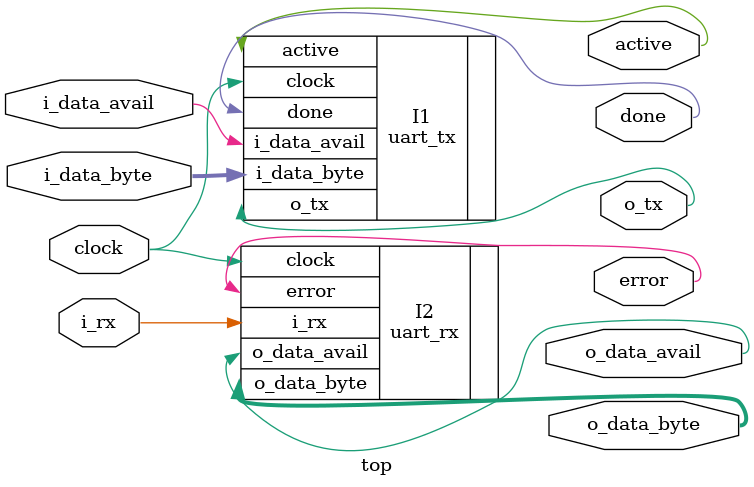
<source format=v>
`timescale 1ns / 1ps


module top(
    input clock,
    input [7:0] i_data_byte,
    input i_data_avail,
    input i_rx,
    output o_tx,
    output active,
    output done,
    output o_data_avail,
    output [7:0] o_data_byte,
    output error
    );
    
    uart_tx #(.clk_per_bit(868)) I1(
        .clock(clock),
        .i_data_avail(i_data_avail),
        .i_data_byte(i_data_byte),
        .o_tx(o_tx),
        .active(active),
        .done(done)
    );
    uart_rx #(.clk_per_bit(868)) I2(
        .clock(clock),
        .i_rx(i_rx),
        .o_data_avail(o_data_avail),
        .o_data_byte(o_data_byte),
        .error(error)
    );
    
endmodule

</source>
